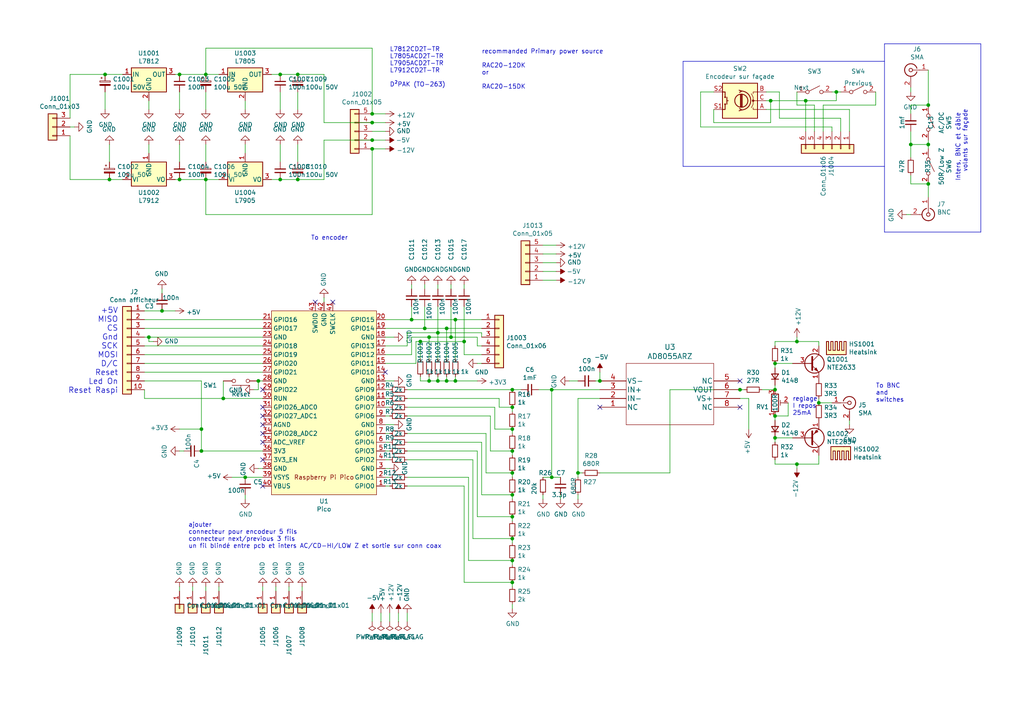
<source format=kicad_sch>
(kicad_sch (version 20230121) (generator eeschema)
  (paper "A4")
  (junction (at 107.95 40.64))
  (junction (at 129.54 110.49))
  (junction (at 148.59 162.56))
  (junction (at 58.42 124.46))
  (junction (at 59.69 21.59))
  (junction (at 224.79 120.65))
  (junction (at 231.14 99.06))
  (junction (at 269.24 30.48))
  (junction (at 107.95 43.18))
  (junction (at 58.42 130.81))
  (junction (at 129.54 95.25))
  (junction (at 107.95 33.02))
  (junction (at 148.59 124.46))
  (junction (at 173.99 110.49))
  (junction (at 224.79 105.41))
  (junction (at 121.92 99.06))
  (junction (at 119.38 92.71))
  (junction (at 31.75 52.07))
  (junction (at 167.64 137.16))
  (junction (at 242.57 26.67))
  (junction (at 64.77 115.57))
  (junction (at 30.48 21.59))
  (junction (at 160.02 113.03))
  (junction (at 231.14 134.62))
  (junction (at 123.19 95.25))
  (junction (at 233.68 29.21))
  (junction (at 107.95 35.56))
  (junction (at 81.28 21.59))
  (junction (at 148.59 113.03))
  (junction (at 127 110.49))
  (junction (at 237.49 116.84))
  (junction (at 86.36 21.59))
  (junction (at 224.79 113.03))
  (junction (at 59.69 52.07))
  (junction (at 74.93 110.49))
  (junction (at 132.08 110.49))
  (junction (at 52.07 21.59))
  (junction (at 43.18 97.79))
  (junction (at 46.99 90.17))
  (junction (at 269.24 41.91))
  (junction (at 269.24 53.34))
  (junction (at 223.52 29.21))
  (junction (at 160.02 138.43))
  (junction (at 52.07 52.07))
  (junction (at 130.81 97.79))
  (junction (at 224.79 127))
  (junction (at 81.28 52.07))
  (junction (at 127 96.52))
  (junction (at 148.59 149.86))
  (junction (at 148.59 137.16))
  (junction (at 71.12 138.43))
  (junction (at 124.46 110.49))
  (junction (at 214.63 113.03))
  (junction (at 148.59 168.91))
  (junction (at 148.59 143.51))
  (junction (at 134.62 99.06))
  (junction (at 86.36 52.07))
  (junction (at 148.59 156.21))
  (junction (at 148.59 118.11))
  (junction (at 132.08 92.71))
  (junction (at 148.59 130.81))
  (junction (at 124.46 97.79))
  (junction (at 264.16 41.91))
  (no_connect (at 96.52 87.63))
  (no_connect (at 76.2 133.35))
  (no_connect (at 91.44 87.63))
  (no_connect (at 76.2 120.65))
  (no_connect (at 76.2 123.19))
  (no_connect (at 76.2 113.03))
  (no_connect (at 76.2 118.11))
  (no_connect (at 214.63 118.11))
  (no_connect (at 76.2 128.27))
  (no_connect (at 76.2 140.97))
  (no_connect (at 214.63 110.49))
  (no_connect (at 76.2 125.73))
  (no_connect (at 173.99 118.11))
  (no_connect (at 111.76 107.95))
  (wire (pts (xy 53.34 130.81) (xy 52.07 130.81)))
  (wire (pts (xy 76.2 95.25) (xy 41.91 95.25)))
  (wire (pts (xy 269.24 41.91) (xy 269.24 43.18)))
  (wire (pts (xy 111.76 118.11) (xy 113.03 118.11)))
  (wire (pts (xy 241.3 36.83) (xy 241.3 38.1)))
  (wire (pts (xy 160.02 138.43) (xy 160.02 113.03)))
  (wire (pts (xy 157.48 78.74) (xy 161.29 78.74)))
  (wire (pts (xy 71.12 44.45) (xy 71.12 41.91)))
  (wire (pts (xy 129.54 110.49) (xy 132.08 110.49)))
  (polyline (pts (xy 284.48 67.31) (xy 284.48 12.7)))
  (wire (pts (xy 111.76 115.57) (xy 113.03 115.57)))
  (wire (pts (xy 138.43 100.33) (xy 139.7 100.33)))
  (wire (pts (xy 63.5 170.18) (xy 63.5 171.45)))
  (wire (pts (xy 237.49 134.62) (xy 237.49 132.08)))
  (wire (pts (xy 74.93 135.89) (xy 76.2 135.89)))
  (wire (pts (xy 148.59 144.78) (xy 148.59 143.51)))
  (wire (pts (xy 134.62 82.55) (xy 134.62 83.82)))
  (wire (pts (xy 43.18 99.06) (xy 44.45 99.06)))
  (wire (pts (xy 224.79 113.03) (xy 224.79 111.76)))
  (wire (pts (xy 59.69 62.23) (xy 107.95 62.23)))
  (wire (pts (xy 46.99 90.17) (xy 41.91 90.17)))
  (wire (pts (xy 224.79 99.06) (xy 224.79 100.33)))
  (wire (pts (xy 264.16 38.1) (xy 264.16 41.91)))
  (wire (pts (xy 228.6 120.65) (xy 224.79 120.65)))
  (polyline (pts (xy 256.54 48.26) (xy 198.12 48.26)))
  (wire (pts (xy 127 96.52) (xy 127 104.14)))
  (wire (pts (xy 81.28 46.99) (xy 81.28 41.91)))
  (wire (pts (xy 113.03 135.89) (xy 111.76 135.89)))
  (wire (pts (xy 52.07 46.99) (xy 52.07 41.91)))
  (wire (pts (xy 223.52 35.56) (xy 223.52 29.21)))
  (wire (pts (xy 107.95 35.56) (xy 111.76 35.56)))
  (wire (pts (xy 118.11 130.81) (xy 138.43 130.81)))
  (wire (pts (xy 229.87 105.41) (xy 224.79 105.41)))
  (wire (pts (xy 55.88 170.18) (xy 55.88 171.45)))
  (wire (pts (xy 144.78 115.57) (xy 144.78 118.11)))
  (wire (pts (xy 254 26.67) (xy 254 30.48)))
  (wire (pts (xy 58.42 124.46) (xy 58.42 130.81)))
  (wire (pts (xy 78.74 21.59) (xy 81.28 21.59)))
  (wire (pts (xy 167.64 137.16) (xy 167.64 138.43)))
  (wire (pts (xy 113.03 133.35) (xy 111.76 133.35)))
  (wire (pts (xy 241.3 26.67) (xy 242.57 26.67)))
  (wire (pts (xy 215.9 113.03) (xy 214.63 113.03)))
  (wire (pts (xy 93.98 21.59) (xy 93.98 35.56)))
  (wire (pts (xy 59.69 21.59) (xy 63.5 21.59)))
  (wire (pts (xy 194.31 113.03) (xy 214.63 113.03)))
  (wire (pts (xy 76.2 130.81) (xy 58.42 130.81)))
  (wire (pts (xy 118.11 138.43) (xy 135.89 138.43)))
  (wire (pts (xy 162.56 143.51) (xy 162.56 144.78)))
  (wire (pts (xy 115.57 177.8) (xy 115.57 180.34)))
  (wire (pts (xy 43.18 99.06) (xy 43.18 97.79)))
  (wire (pts (xy 111.76 100.33) (xy 118.11 100.33)))
  (polyline (pts (xy 256.54 67.31) (xy 284.48 67.31)))
  (wire (pts (xy 224.79 133.35) (xy 224.79 134.62)))
  (wire (pts (xy 21.59 36.83) (xy 20.32 36.83)))
  (wire (pts (xy 140.97 125.73) (xy 140.97 137.16)))
  (wire (pts (xy 142.24 120.65) (xy 142.24 130.81)))
  (wire (pts (xy 224.79 128.27) (xy 224.79 127)))
  (wire (pts (xy 231.14 99.06) (xy 237.49 99.06)))
  (wire (pts (xy 58.42 110.49) (xy 41.91 110.49)))
  (wire (pts (xy 241.3 116.84) (xy 237.49 116.84)))
  (wire (pts (xy 132.08 92.71) (xy 139.7 92.71)))
  (wire (pts (xy 83.82 170.18) (xy 83.82 171.45)))
  (wire (pts (xy 231.14 97.79) (xy 231.14 99.06)))
  (wire (pts (xy 111.76 123.19) (xy 114.3 123.19)))
  (wire (pts (xy 123.19 82.55) (xy 123.19 83.82)))
  (wire (pts (xy 52.07 124.46) (xy 58.42 124.46)))
  (wire (pts (xy 81.28 52.07) (xy 86.36 52.07)))
  (wire (pts (xy 135.89 162.56) (xy 148.59 162.56)))
  (wire (pts (xy 127 109.22) (xy 127 110.49)))
  (wire (pts (xy 76.2 100.33) (xy 41.91 100.33)))
  (wire (pts (xy 80.01 170.18) (xy 80.01 171.45)))
  (wire (pts (xy 71.12 143.51) (xy 71.12 144.78)))
  (wire (pts (xy 231.14 134.62) (xy 231.14 135.89)))
  (wire (pts (xy 52.07 170.18) (xy 52.07 171.45)))
  (wire (pts (xy 242.57 26.67) (xy 243.84 26.67)))
  (wire (pts (xy 228.6 116.84) (xy 228.6 120.65)))
  (wire (pts (xy 118.11 125.73) (xy 140.97 125.73)))
  (wire (pts (xy 86.36 21.59) (xy 93.98 21.59)))
  (wire (pts (xy 143.51 118.11) (xy 143.51 124.46)))
  (wire (pts (xy 129.54 95.25) (xy 129.54 104.14)))
  (wire (pts (xy 226.06 34.29) (xy 243.84 34.29)))
  (wire (pts (xy 246.38 31.75) (xy 246.38 38.1)))
  (wire (pts (xy 148.59 157.48) (xy 148.59 156.21)))
  (wire (pts (xy 238.76 30.48) (xy 238.76 38.1)))
  (wire (pts (xy 118.11 118.11) (xy 143.51 118.11)))
  (wire (pts (xy 231.14 134.62) (xy 237.49 134.62)))
  (wire (pts (xy 237.49 99.06) (xy 237.49 100.33)))
  (wire (pts (xy 50.8 21.59) (xy 52.07 21.59)))
  (wire (pts (xy 93.98 52.07) (xy 93.98 40.64)))
  (wire (pts (xy 132.08 109.22) (xy 132.08 110.49)))
  (wire (pts (xy 168.91 137.16) (xy 167.64 137.16)))
  (wire (pts (xy 71.12 29.21) (xy 71.12 31.75)))
  (wire (pts (xy 137.16 133.35) (xy 137.16 156.21)))
  (wire (pts (xy 52.07 21.59) (xy 59.69 21.59)))
  (wire (pts (xy 52.07 52.07) (xy 50.8 52.07)))
  (wire (pts (xy 129.54 95.25) (xy 139.7 95.25)))
  (wire (pts (xy 237.49 115.57) (xy 237.49 116.84)))
  (wire (pts (xy 107.95 40.64) (xy 111.76 40.64)))
  (wire (pts (xy 134.62 168.91) (xy 148.59 168.91)))
  (wire (pts (xy 31.75 46.99) (xy 31.75 41.91)))
  (wire (pts (xy 121.92 99.06) (xy 121.92 104.14)))
  (wire (pts (xy 264.16 30.48) (xy 264.16 33.02)))
  (wire (pts (xy 269.24 30.48) (xy 264.16 30.48)))
  (wire (pts (xy 111.76 92.71) (xy 119.38 92.71)))
  (wire (pts (xy 118.11 120.65) (xy 142.24 120.65)))
  (wire (pts (xy 157.48 73.66) (xy 161.29 73.66)))
  (wire (pts (xy 138.43 130.81) (xy 138.43 149.86)))
  (wire (pts (xy 217.17 124.46) (xy 217.17 115.57)))
  (wire (pts (xy 43.18 97.79) (xy 76.2 97.79)))
  (wire (pts (xy 114.3 110.49) (xy 111.76 110.49)))
  (wire (pts (xy 269.24 53.34) (xy 264.16 53.34)))
  (wire (pts (xy 269.24 57.15) (xy 269.24 53.34)))
  (wire (pts (xy 76.2 107.95) (xy 41.91 107.95)))
  (wire (pts (xy 110.49 177.8) (xy 110.49 180.34)))
  (wire (pts (xy 264.16 41.91) (xy 264.16 45.72)))
  (wire (pts (xy 203.2 26.67) (xy 203.2 36.83)))
  (wire (pts (xy 242.57 29.21) (xy 233.68 29.21)))
  (wire (pts (xy 242.57 26.67) (xy 242.57 29.21)))
  (wire (pts (xy 157.48 71.12) (xy 161.29 71.12)))
  (wire (pts (xy 81.28 21.59) (xy 86.36 21.59)))
  (wire (pts (xy 254 30.48) (xy 238.76 30.48)))
  (wire (pts (xy 67.31 138.43) (xy 71.12 138.43)))
  (wire (pts (xy 121.92 109.22) (xy 121.92 110.49)))
  (wire (pts (xy 71.12 138.43) (xy 76.2 138.43)))
  (wire (pts (xy 113.03 140.97) (xy 111.76 140.97)))
  (wire (pts (xy 118.11 133.35) (xy 137.16 133.35)))
  (wire (pts (xy 41.91 97.79) (xy 43.18 97.79)))
  (wire (pts (xy 160.02 138.43) (xy 157.48 138.43)))
  (wire (pts (xy 148.59 175.26) (xy 148.59 176.53)))
  (wire (pts (xy 226.06 26.67) (xy 226.06 34.29)))
  (wire (pts (xy 124.46 109.22) (xy 124.46 110.49)))
  (wire (pts (xy 137.16 156.21) (xy 148.59 156.21)))
  (wire (pts (xy 139.7 96.52) (xy 139.7 97.79)))
  (wire (pts (xy 20.32 21.59) (xy 20.32 34.29)))
  (wire (pts (xy 222.25 31.75) (xy 246.38 31.75)))
  (wire (pts (xy 222.25 26.67) (xy 226.06 26.67)))
  (wire (pts (xy 173.99 137.16) (xy 194.31 137.16)))
  (wire (pts (xy 74.93 113.03) (xy 73.66 113.03)))
  (wire (pts (xy 87.63 170.18) (xy 87.63 171.45)))
  (wire (pts (xy 264.16 62.23) (xy 262.89 62.23)))
  (wire (pts (xy 144.78 118.11) (xy 148.59 118.11)))
  (wire (pts (xy 76.2 170.18) (xy 76.2 171.45)))
  (wire (pts (xy 269.24 40.64) (xy 269.24 41.91)))
  (wire (pts (xy 130.81 88.9) (xy 130.81 97.79)))
  (wire (pts (xy 157.48 76.2) (xy 161.29 76.2)))
  (polyline (pts (xy 284.48 12.7) (xy 256.54 12.7)))
  (wire (pts (xy 139.7 143.51) (xy 148.59 143.51)))
  (wire (pts (xy 30.48 21.59) (xy 20.32 21.59)))
  (wire (pts (xy 203.2 36.83) (xy 241.3 36.83)))
  (wire (pts (xy 134.62 88.9) (xy 134.62 99.06)))
  (wire (pts (xy 127 88.9) (xy 127 96.52)))
  (wire (pts (xy 269.24 30.48) (xy 269.24 20.32)))
  (wire (pts (xy 74.93 113.03) (xy 74.93 110.49)))
  (wire (pts (xy 130.81 82.55) (xy 130.81 83.82)))
  (wire (pts (xy 167.64 143.51) (xy 167.64 144.78)))
  (wire (pts (xy 207.01 35.56) (xy 223.52 35.56)))
  (wire (pts (xy 86.36 41.91) (xy 86.36 46.99)))
  (wire (pts (xy 46.99 85.09) (xy 46.99 83.82)))
  (wire (pts (xy 20.32 39.37) (xy 20.32 52.07)))
  (wire (pts (xy 81.28 52.07) (xy 78.74 52.07)))
  (wire (pts (xy 107.95 177.8) (xy 107.95 180.34)))
  (wire (pts (xy 173.99 113.03) (xy 160.02 113.03)))
  (wire (pts (xy 231.14 30.48) (xy 231.14 26.67)))
  (wire (pts (xy 223.52 29.21) (xy 222.25 29.21)))
  (wire (pts (xy 20.32 52.07) (xy 31.75 52.07)))
  (wire (pts (xy 167.64 110.49) (xy 165.1 110.49)))
  (wire (pts (xy 31.75 52.07) (xy 35.56 52.07)))
  (wire (pts (xy 236.22 30.48) (xy 236.22 38.1)))
  (wire (pts (xy 143.51 124.46) (xy 148.59 124.46)))
  (wire (pts (xy 93.98 87.63) (xy 93.98 86.36)))
  (wire (pts (xy 224.79 105.41) (xy 224.79 106.68)))
  (wire (pts (xy 74.93 110.49) (xy 76.2 110.49)))
  (wire (pts (xy 138.43 149.86) (xy 148.59 149.86)))
  (wire (pts (xy 64.77 115.57) (xy 64.77 110.49)))
  (wire (pts (xy 132.08 92.71) (xy 119.38 92.71)))
  (wire (pts (xy 207.01 31.75) (xy 207.01 35.56)))
  (wire (pts (xy 151.13 113.03) (xy 148.59 113.03)))
  (wire (pts (xy 107.95 38.1) (xy 111.76 38.1)))
  (wire (pts (xy 173.99 115.57) (xy 167.64 115.57)))
  (wire (pts (xy 129.54 109.22) (xy 129.54 110.49)))
  (wire (pts (xy 93.98 35.56) (xy 107.95 35.56)))
  (wire (pts (xy 162.56 138.43) (xy 160.02 138.43)))
  (wire (pts (xy 148.59 151.13) (xy 148.59 149.86)))
  (wire (pts (xy 127 110.49) (xy 129.54 110.49)))
  (wire (pts (xy 113.03 130.81) (xy 111.76 130.81)))
  (wire (pts (xy 111.76 95.25) (xy 123.19 95.25)))
  (wire (pts (xy 119.38 97.79) (xy 119.38 102.87)))
  (wire (pts (xy 43.18 29.21) (xy 43.18 31.75)))
  (wire (pts (xy 119.38 88.9) (xy 119.38 92.71)))
  (wire (pts (xy 63.5 52.07) (xy 59.69 52.07)))
  (wire (pts (xy 41.91 115.57) (xy 41.91 113.03)))
  (wire (pts (xy 59.69 21.59) (xy 59.69 13.97)))
  (wire (pts (xy 148.59 170.18) (xy 148.59 168.91)))
  (wire (pts (xy 111.76 102.87) (xy 119.38 102.87)))
  (wire (pts (xy 129.54 95.25) (xy 123.19 95.25)))
  (wire (pts (xy 120.65 99.06) (xy 120.65 105.41)))
  (wire (pts (xy 118.11 96.52) (xy 118.11 100.33)))
  (wire (pts (xy 139.7 105.41) (xy 138.43 105.41)))
  (wire (pts (xy 220.98 113.03) (xy 224.79 113.03)))
  (wire (pts (xy 134.62 140.97) (xy 134.62 168.91)))
  (wire (pts (xy 58.42 110.49) (xy 58.42 124.46)))
  (wire (pts (xy 132.08 92.71) (xy 132.08 104.14)))
  (wire (pts (xy 59.69 170.18) (xy 59.69 171.45)))
  (wire (pts (xy 123.19 88.9) (xy 123.19 95.25)))
  (wire (pts (xy 111.76 105.41) (xy 120.65 105.41)))
  (wire (pts (xy 148.59 138.43) (xy 148.59 137.16)))
  (wire (pts (xy 76.2 102.87) (xy 41.91 102.87)))
  (wire (pts (xy 59.69 13.97) (xy 107.95 13.97)))
  (wire (pts (xy 194.31 137.16) (xy 194.31 113.03)))
  (wire (pts (xy 43.18 44.45) (xy 43.18 41.91)))
  (wire (pts (xy 134.62 102.87) (xy 139.7 102.87)))
  (wire (pts (xy 142.24 130.81) (xy 148.59 130.81)))
  (wire (pts (xy 86.36 26.67) (xy 86.36 31.75)))
  (wire (pts (xy 113.03 125.73) (xy 111.76 125.73)))
  (wire (pts (xy 243.84 34.29) (xy 243.84 38.1)))
  (wire (pts (xy 113.03 128.27) (xy 111.76 128.27)))
  (wire (pts (xy 107.95 62.23) (xy 107.95 43.18)))
  (wire (pts (xy 113.03 177.8) (xy 113.03 180.34)))
  (wire (pts (xy 118.11 140.97) (xy 134.62 140.97)))
  (wire (pts (xy 59.69 46.99) (xy 59.69 41.91)))
  (wire (pts (xy 224.79 134.62) (xy 231.14 134.62)))
  (wire (pts (xy 135.89 138.43) (xy 135.89 162.56)))
  (wire (pts (xy 264.16 25.4) (xy 264.16 26.67)))
  (wire (pts (xy 269.24 41.91) (xy 264.16 41.91)))
  (wire (pts (xy 50.8 90.17) (xy 46.99 90.17)))
  (wire (pts (xy 148.59 163.83) (xy 148.59 162.56)))
  (wire (pts (xy 64.77 115.57) (xy 41.91 115.57)))
  (wire (pts (xy 138.43 97.79) (xy 138.43 100.33)))
  (wire (pts (xy 59.69 52.07) (xy 59.69 62.23)))
  (wire (pts (xy 246.38 121.92) (xy 246.38 123.19)))
  (wire (pts (xy 127 96.52) (xy 139.7 96.52)))
  (wire (pts (xy 233.68 29.21) (xy 233.68 38.1)))
  (polyline (pts (xy 198.12 17.78) (xy 256.54 17.78)))
  (wire (pts (xy 130.81 97.79) (xy 138.43 97.79)))
  (wire (pts (xy 148.59 119.38) (xy 148.59 118.11)))
  (wire (pts (xy 81.28 26.67) (xy 81.28 31.75)))
  (wire (pts (xy 127 82.55) (xy 127 83.82)))
  (wire (pts (xy 118.11 128.27) (xy 139.7 128.27)))
  (polyline (pts (xy 198.12 48.26) (xy 198.12 17.78)))
  (wire (pts (xy 86.36 52.07) (xy 93.98 52.07)))
  (wire (pts (xy 119.38 82.55) (xy 119.38 83.82)))
  (wire (pts (xy 167.64 115.57) (xy 167.64 137.16)))
  (wire (pts (xy 111.76 120.65) (xy 113.03 120.65)))
  (wire (pts (xy 157.48 81.28) (xy 161.29 81.28)))
  (wire (pts (xy 107.95 33.02) (xy 111.76 33.02)))
  (wire (pts (xy 127 96.52) (xy 118.11 96.52)))
  (wire (pts (xy 35.56 21.59) (xy 30.48 21.59)))
  (wire (pts (xy 229.87 127) (xy 224.79 127)))
  (wire (pts (xy 93.98 40.64) (xy 107.95 40.64)))
  (wire (pts (xy 217.17 115.57) (xy 214.63 115.57)))
  (wire (pts (xy 130.81 97.79) (xy 124.46 97.79)))
  (wire (pts (xy 124.46 110.49) (xy 127 110.49)))
  (wire (pts (xy 121.92 110.49) (xy 124.46 110.49)))
  (wire (pts (xy 172.72 110.49) (xy 173.99 110.49)))
  (wire (pts (xy 52.07 26.67) (xy 52.07 31.75)))
  (polyline (pts (xy 256.54 12.7) (xy 256.54 67.31)))
  (wire (pts (xy 111.76 113.03) (xy 113.03 113.03)))
  (wire (pts (xy 224.79 120.65) (xy 224.79 121.92)))
  (wire (pts (xy 76.2 115.57) (xy 64.77 115.57)))
  (wire (pts (xy 121.92 99.06) (xy 120.65 99.06)))
  (wire (pts (xy 148.59 132.08) (xy 148.59 130.81)))
  (wire (pts (xy 118.11 113.03) (xy 148.59 113.03)))
  (wire (pts (xy 203.2 26.67) (xy 207.01 26.67)))
  (wire (pts (xy 124.46 97.79) (xy 124.46 104.14)))
  (wire (pts (xy 223.52 29.21) (xy 233.68 29.21)))
  (wire (pts (xy 118.11 177.8) (xy 118.11 180.34)))
  (wire (pts (xy 160.02 113.03) (xy 156.21 113.03)))
  (wire (pts (xy 59.69 26.67) (xy 59.69 31.75)))
  (wire (pts (xy 236.22 30.48) (xy 231.14 30.48)))
  (wire (pts (xy 157.48 143.51) (xy 157.48 144.78)))
  (wire (pts (xy 111.76 97.79) (xy 114.3 97.79)))
  (wire (pts (xy 124.46 97.79) (xy 119.38 97.79)))
  (wire (pts (xy 107.95 13.97) (xy 107.95 33.02)))
  (wire (pts (xy 148.59 125.73) (xy 148.59 124.46)))
  (wire (pts (xy 113.03 138.43) (xy 111.76 138.43)))
  (wire (pts (xy 107.95 43.18) (xy 111.76 43.18)))
  (wire (pts (xy 118.11 115.57) (xy 144.78 115.57)))
  (wire (pts (xy 140.97 137.16) (xy 148.59 137.16)))
  (wire (pts (xy 173.99 107.95) (xy 173.99 110.49)))
  (wire (pts (xy 76.2 105.41) (xy 41.91 105.41)))
  (wire (pts (xy 264.16 53.34) (xy 264.16 50.8)))
  (wire (pts (xy 139.7 128.27) (xy 139.7 143.51)))
  (wire (pts (xy 134.62 99.06) (xy 134.62 102.87)))
  (wire (pts (xy 134.62 99.06) (xy 121.92 99.06)))
  (wire (pts (xy 76.2 92.71) (xy 41.91 92.71)))
  (wire (pts (xy 59.69 52.07) (xy 52.07 52.07)))
  (wire (pts (xy 138.43 110.49) (xy 132.08 110.49)))
  (wire (pts (xy 30.48 26.67) (xy 30.48 31.75)))
  (wire (pts (xy 224.79 99.06) (xy 231.14 99.06)))
  (text "+5V\nMISO\nCS\nGnd\nSCK\nMOSI\nD/C\nReset\nLed On\nReset Raspi" (at 34.29 114.3 0) (effects (font (size 1.6002 1.6002)) (justify right bottom)))
  (text "ajouter \nconnecteur pour encodeur 5 fils\nconnecteur next/previous 3 fils\nun fil blindé entre pcb et inters AC/CD-HI/LOW Z et sortie sur conn coax\n\n" (at 54.61 161.29 0) (effects (font (size 1.27 1.27)) (justify left bottom)))
  (text "recommanded Primary power source \n\nRAC20-12DK\nor \n\nRAC20-15DK" (at 139.7 26.035 0) (effects (font (size 1.27 1.27)) (justify left bottom)))
  (text "To BNC\nand \nswitches" (at 254 116.84 0) (effects (font (size 1.27 1.27)) (justify left bottom)))
  (text "reglage \nI repos\n25mA" (at 229.87 120.65 0) (effects (font (size 1.27 1.27)) (justify left bottom)))
  (text "Inters, BNC et câble \nvolants sur façade\n" (at 280.67 31.75 90) (effects (font (size 1.27 1.27)) (justify right bottom)))
  (text "To encoder\n" (at 90.17 69.85 0) (effects (font (size 1.27 1.27)) (justify left bottom)))
  (text "L7812CD2T-TR\nL7805ACD2T-TR\nL7905ACD2T-TR\nL7912CD2T-TR\n\nD²PAK (TO-263)\n" (at 113.03 25.4 0) (effects (font (size 1.27 1.27)) (justify left bottom)))
  (symbol (lib_id "Pi_Pico:Pico") (at 93.98 116.84 180) (unit 1)
    (property "Reference" "U1" (at 93.98 145.3642 0))
    (property "Value" "Pico" (at 93.98 147.6756 0))
    (property "Footprint" "Pi_Pico:RPi_Pico_SMD_TH" (effects hide))
  )
  (symbol (lib_id "Device:R_POT_TRIM") (at 224.79 116.84 0) (mirror x) (unit 1)
    (property "Reference" "RV1" (at 223.0374 118.0084 0) (effects (justify right)))
    (property "Value" "100R" (at 224.79 119.38 90) (effects (justify right)))
    (property "Footprint" "Potentiometer_THT:Potentiometer_Piher_PT-10-V10_Vertical_Hole" (effects hide))
  )
  (symbol (lib_id "Connector_Generic:Conn_01x10") (at 36.83 100.33 0) (mirror y) (unit 1)
    (property "Reference" "J2" (at 38.9128 84.6582 0))
    (property "Value" "Conn afficheur" (at 38.9128 86.9696 0))
    (property "Footprint" "Connector_Molex:Molex_KK-254_AE-6410-10A_1x10_P2.54mm_Vertical" (effects hide))
  )
  (symbol (lib_id "power:GND") (at 111.76 38.1 90) (unit 1)
    (property "Reference" "#PWR06" (effects hide))
    (property "Value" "GND" (at 115.0112 37.973 90) (effects (justify right)))
  )
  (symbol (lib_id "power:PWR_FLAG") (at 118.11 180.34 180) (unit 1)
    (property "Reference" "#FLG04" (effects hide))
    (property "Value" "PWR_FLAG" (at 118.11 184.7342 0))
  )
  (symbol (lib_id "power:+5V") (at 67.31 138.43 90) (unit 1)
    (property "Reference" "#PWR012" (effects hide))
    (property "Value" "+5V" (at 64.0588 138.049 90) (effects (justify left)))
  )
  (symbol (lib_id "power:+12V") (at 111.76 33.02 270) (unit 1)
    (property "Reference" "#PWR04" (effects hide))
    (property "Value" "+12V" (at 115.0112 33.401 90) (effects (justify left)))
  )
  (symbol (lib_id "power:-12V") (at 111.76 43.18 270) (unit 1)
    (property "Reference" "#PWR05" (effects hide))
    (property "Value" "-12V" (at 115.0112 43.561 90) (effects (justify left)))
  )
  (symbol (lib_id "power:GND") (at 113.03 135.89 90) (unit 1)
    (property "Reference" "#PWR017" (effects hide))
    (property "Value" "GND" (at 117.4242 135.763 0))
  )
  (symbol (lib_id "power:GND") (at 114.3 123.19 90) (unit 1)
    (property "Reference" "#PWR019" (effects hide))
    (property "Value" "GND" (at 118.6942 123.063 0))
  )
  (symbol (lib_id "power:GND") (at 114.3 110.49 90) (unit 1)
    (property "Reference" "#PWR018" (effects hide))
    (property "Value" "GND" (at 118.6942 110.363 0))
  )
  (symbol (lib_id "power:GND") (at 74.93 135.89 270) (unit 1)
    (property "Reference" "#PWR015" (effects hide))
    (property "Value" "GND" (at 70.5358 136.017 0))
  )
  (symbol (lib_id "power:GND") (at 148.59 176.53 0) (unit 1)
    (property "Reference" "#PWR021" (effects hide))
    (property "Value" "GND" (at 148.717 180.9242 0))
  )
  (symbol (lib_id "Device:R_Small") (at 115.57 113.03 90) (unit 1)
    (property "Reference" "R4" (at 113.03 111.76 90))
    (property "Value" "2k" (at 115.57 113.03 90))
    (property "Footprint" "Resistor_SMD:R_0603_1608Metric_Pad0.98x0.95mm_HandSolder" (effects hide))
  )
  (symbol (lib_id "Device:R_Small") (at 115.57 115.57 90) (unit 1)
    (property "Reference" "R5" (at 113.03 114.3 90))
    (property "Value" "2k" (at 115.57 115.57 90))
    (property "Footprint" "Resistor_SMD:R_0603_1608Metric_Pad0.98x0.95mm_HandSolder" (effects hide))
  )
  (symbol (lib_id "Device:R_Small") (at 115.57 118.11 90) (unit 1)
    (property "Reference" "R6" (at 113.03 116.84 90))
    (property "Value" "2k" (at 115.57 118.11 90))
    (property "Footprint" "Resistor_SMD:R_0603_1608Metric_Pad0.98x0.95mm_HandSolder" (effects hide))
  )
  (symbol (lib_id "Device:R_Small") (at 115.57 120.65 90) (unit 1)
    (property "Reference" "R7" (at 113.03 119.38 90))
    (property "Value" "2k" (at 115.57 120.65 90))
    (property "Footprint" "Resistor_SMD:R_0603_1608Metric_Pad0.98x0.95mm_HandSolder" (effects hide))
  )
  (symbol (lib_id "Device:R_Small") (at 115.57 125.73 90) (unit 1)
    (property "Reference" "R8" (at 113.03 124.46 90))
    (property "Value" "2k" (at 115.57 125.73 90))
    (property "Footprint" "Resistor_SMD:R_0603_1608Metric_Pad0.98x0.95mm_HandSolder" (effects hide))
  )
  (symbol (lib_id "Device:R_Small") (at 115.57 128.27 90) (unit 1)
    (property "Reference" "R9" (at 113.03 127 90))
    (property "Value" "2k" (at 115.57 128.27 90))
    (property "Footprint" "Resistor_SMD:R_0603_1608Metric_Pad0.98x0.95mm_HandSolder" (effects hide))
  )
  (symbol (lib_id "Device:R_Small") (at 115.57 130.81 90) (unit 1)
    (property "Reference" "R10" (at 113.03 129.54 90))
    (property "Value" "2k" (at 115.57 130.81 90))
    (property "Footprint" "Resistor_SMD:R_0603_1608Metric_Pad0.98x0.95mm_HandSolder" (effects hide))
  )
  (symbol (lib_id "Device:R_Small") (at 115.57 133.35 90) (unit 1)
    (property "Reference" "R11" (at 113.03 132.08 90))
    (property "Value" "2k" (at 115.57 133.35 90))
    (property "Footprint" "Resistor_SMD:R_0603_1608Metric_Pad0.98x0.95mm_HandSolder" (effects hide))
  )
  (symbol (lib_id "Connector:Conn_Coaxial") (at 269.24 62.23 270) (unit 1)
    (property "Reference" "J7" (at 271.78 59.2328 90) (effects (justify left)))
    (property "Value" "BNC" (at 271.78 61.5442 90) (effects (justify left)))
    (property "Datasheet" " ~" (effects hide))
  )
  (symbol (lib_id "Device:R_Small") (at 115.57 138.43 90) (unit 1)
    (property "Reference" "R12" (at 113.03 137.16 90))
    (property "Value" "2k" (at 115.57 138.43 90))
    (property "Footprint" "Resistor_SMD:R_0603_1608Metric_Pad0.98x0.95mm_HandSolder" (effects hide))
  )
  (symbol (lib_id "Device:R_Small") (at 115.57 140.97 90) (unit 1)
    (property "Reference" "R13" (at 113.03 139.7 90))
    (property "Value" "2k" (at 115.57 140.97 90))
    (property "Footprint" "Resistor_SMD:R_0603_1608Metric_Pad0.98x0.95mm_HandSolder" (effects hide))
  )
  (symbol (lib_id "Device:C_Small") (at 71.12 140.97 0) (unit 1)
    (property "Reference" "C5" (at 73.4568 139.8016 0) (effects (justify left)))
    (property "Value" "100n" (at 66.04 142.24 0) (effects (justify left)))
    (property "Footprint" "Capacitor_SMD:C_0805_2012Metric_Pad1.18x1.45mm_HandSolder" (effects hide))
  )
  (symbol (lib_id "power:GND") (at 71.12 144.78 0) (unit 1)
    (property "Reference" "#PWR013" (effects hide))
    (property "Value" "GND" (at 71.247 149.1742 0))
  )
  (symbol (lib_id "Switch:SW_Push") (at 69.85 110.49 180) (unit 1)
    (property "Reference" "SW1" (at 60.96 111.76 0))
    (property "Value" "Reset" (at 69.85 114.3 0))
  )
  (symbol (lib_id "Device:C_Small") (at 55.88 130.81 270) (unit 1)
    (property "Reference" "C4" (at 57.0484 133.1468 0) (effects (justify left)))
    (property "Value" "100n" (at 54.61 125.73 0) (effects (justify left)))
    (property "Footprint" "Capacitor_SMD:C_0805_2012Metric_Pad1.18x1.45mm_HandSolder" (effects hide))
  )
  (symbol (lib_id "power:GND") (at 52.07 130.81 270) (unit 1)
    (property "Reference" "#PWR011" (effects hide))
    (property "Value" "GND" (at 47.6758 130.937 0))
  )
  (symbol (lib_id "power:+5V") (at 50.8 90.17 270) (unit 1)
    (property "Reference" "#PWR09" (effects hide))
    (property "Value" "+5V" (at 54.0512 90.551 90) (effects (justify left)))
  )
  (symbol (lib_id "Device:C_Small") (at 46.99 87.63 180) (unit 1)
    (property "Reference" "C3" (at 44.6532 88.7984 0) (effects (justify left)))
    (property "Value" "100n" (at 52.07 86.36 0) (effects (justify left)))
    (property "Footprint" "Capacitor_SMD:C_0805_2012Metric_Pad1.18x1.45mm_HandSolder" (effects hide))
  )
  (symbol (lib_id "power:GND") (at 46.99 83.82 180) (unit 1)
    (property "Reference" "#PWR07" (effects hide))
    (property "Value" "GND" (at 46.863 79.4258 0))
  )
  (symbol (lib_id "Device:R_Small") (at 148.59 115.57 0) (unit 1)
    (property "Reference" "R16" (at 150.0886 114.4016 0) (effects (justify left)))
    (property "Value" "1k" (at 150.0886 116.713 0) (effects (justify left)))
    (property "Footprint" "Resistor_SMD:R_0603_1608Metric_Pad0.98x0.95mm_HandSolder" (effects hide))
  )
  (symbol (lib_id "Device:R_Small") (at 148.59 121.92 0) (unit 1)
    (property "Reference" "R17" (at 150.0886 120.7516 0) (effects (justify left)))
    (property "Value" "1k" (at 150.0886 123.063 0) (effects (justify left)))
    (property "Footprint" "Resistor_SMD:R_0603_1608Metric_Pad0.98x0.95mm_HandSolder" (effects hide))
  )
  (symbol (lib_id "Device:R_Small") (at 148.59 128.27 0) (unit 1)
    (property "Reference" "R18" (at 150.0886 127.1016 0) (effects (justify left)))
    (property "Value" "1k" (at 150.0886 129.413 0) (effects (justify left)))
    (property "Footprint" "Resistor_SMD:R_0603_1608Metric_Pad0.98x0.95mm_HandSolder" (effects hide))
  )
  (symbol (lib_id "Device:R_Small") (at 148.59 134.62 0) (unit 1)
    (property "Reference" "R19" (at 150.0886 133.4516 0) (effects (justify left)))
    (property "Value" "1k" (at 150.0886 135.763 0) (effects (justify left)))
    (property "Footprint" "Resistor_SMD:R_0603_1608Metric_Pad0.98x0.95mm_HandSolder" (effects hide))
  )
  (symbol (lib_id "Device:R_Small") (at 148.59 140.97 0) (unit 1)
    (property "Reference" "R20" (at 150.0886 139.8016 0) (effects (justify left)))
    (property "Value" "1k" (at 150.0886 142.113 0) (effects (justify left)))
    (property "Footprint" "Resistor_SMD:R_0603_1608Metric_Pad0.98x0.95mm_HandSolder" (effects hide))
  )
  (symbol (lib_id "Device:R_Small") (at 148.59 147.32 0) (unit 1)
    (property "Reference" "R21" (at 150.0886 146.1516 0) (effects (justify left)))
    (property "Value" "1k" (at 150.0886 148.463 0) (effects (justify left)))
    (property "Footprint" "Resistor_SMD:R_0603_1608Metric_Pad0.98x0.95mm_HandSolder" (effects hide))
  )
  (symbol (lib_id "Device:R_Small") (at 148.59 153.67 0) (unit 1)
    (property "Reference" "R22" (at 150.0886 152.5016 0) (effects (justify left)))
    (property "Value" "1k" (at 150.0886 154.813 0) (effects (justify left)))
    (property "Footprint" "Resistor_SMD:R_0603_1608Metric_Pad0.98x0.95mm_HandSolder" (effects hide))
  )
  (symbol (lib_id "Device:R_Small") (at 148.59 160.02 0) (unit 1)
    (property "Reference" "R23" (at 150.0886 158.8516 0) (effects (justify left)))
    (property "Value" "1k" (at 150.0886 161.163 0) (effects (justify left)))
    (property "Footprint" "Resistor_SMD:R_0603_1608Metric_Pad0.98x0.95mm_HandSolder" (effects hide))
  )
  (symbol (lib_id "Device:R_Small") (at 148.59 166.37 0) (unit 1)
    (property "Reference" "R24" (at 150.0886 165.2016 0) (effects (justify left)))
    (property "Value" "1k" (at 150.0886 167.513 0) (effects (justify left)))
    (property "Footprint" "Resistor_SMD:R_0603_1608Metric_Pad0.98x0.95mm_HandSolder" (effects hide))
  )
  (symbol (lib_id "Device:R_Small") (at 148.59 172.72 0) (unit 1)
    (property "Reference" "R25" (at 150.0886 171.5516 0) (effects (justify left)))
    (property "Value" "2k" (at 150.0886 173.863 0) (effects (justify left)))
    (property "Footprint" "Resistor_SMD:R_0603_1608Metric_Pad0.98x0.95mm_HandSolder" (effects hide))
  )
  (symbol (lib_id "power:GND") (at 246.38 123.19 0) (unit 1)
    (property "Reference" "#PWR0101" (effects hide))
    (property "Value" "GND" (at 246.507 127.5842 0))
  )
  (symbol (lib_id "Connector:Conn_Coaxial") (at 246.38 116.84 0) (unit 1)
    (property "Reference" "J5" (at 248.92 117.475 0) (effects (justify left)))
    (property "Value" "SMA" (at 248.92 119.7864 0) (effects (justify left)))
    (property "Footprint" "SMA_PINS:SMA_EDGE_NRW" (effects hide))
    (property "Datasheet" " ~" (effects hide))
  )
  (symbol (lib_id "power:GND") (at 264.16 26.67 0) (mirror y) (unit 1)
    (property "Reference" "#PWR0102" (effects hide))
    (property "Value" "GND" (at 264.033 31.0642 0))
  )
  (symbol (lib_id "Connector:Conn_Coaxial") (at 264.16 20.32 0) (mirror y) (unit 1)
    (property "Reference" "J6" (at 265.9888 14.2748 0))
    (property "Value" "SMA" (at 265.9888 16.5862 0))
    (property "Datasheet" " ~" (effects hide))
  )
  (symbol (lib_id "power:+5V") (at 161.29 73.66 270) (unit 1)
    (property "Reference" "#PWR01006" (effects hide))
    (property "Value" "+5V" (at 164.5412 74.041 90) (effects (justify left)))
  )
  (symbol (lib_id "power:-12V") (at 161.29 81.28 270) (unit 1)
    (property "Reference" "#PWR01009" (effects hide))
    (property "Value" "-12V" (at 164.5412 81.661 90) (effects (justify left)))
  )
  (symbol (lib_id "power:+12V") (at 161.29 71.12 270) (unit 1)
    (property "Reference" "#PWR01005" (effects hide))
    (property "Value" "+12V" (at 164.5412 71.501 90) (effects (justify left)))
  )
  (symbol (lib_id "power:GND") (at 161.29 76.2 90) (unit 1)
    (property "Reference" "#PWR01007" (effects hide))
    (property "Value" "GND" (at 164.5412 76.073 90) (effects (justify right)))
  )
  (symbol (lib_id "Connector_Generic:Conn_01x05") (at 152.4 76.2 180) (unit 1)
    (property "Reference" "J1013" (at 154.4828 65.405 0))
    (property "Value" "Conn_01x05" (at 154.4828 67.7164 0))
    (property "Footprint" "Connector_Molex:Molex_KK-254_AE-6410-05A_1x05_P2.54mm_Vertical" (effects hide))
  )
  (symbol (lib_id "power:-5V") (at 161.29 78.74 270) (unit 1)
    (property "Reference" "#PWR01008" (effects hide))
    (property "Value" "-5V" (at 166.37 78.74 90))
  )
  (symbol (lib_id "Device:Rotary_Encoder_Switch") (at 214.63 29.21 180) (unit 1)
    (property "Reference" "SW2" (at 214.63 19.8882 0))
    (property "Value" "Encodeur sur façade" (at 214.63 22.1996 0))
  )
  (symbol (lib_id "Switch:SW_SPST") (at 236.22 26.67 0) (unit 1)
    (property "Reference" "SW3" (at 236.22 20.701 0))
    (property "Value" "Next" (at 232.41 25.4 0))
  )
  (symbol (lib_id "Switch:SW_SPST") (at 248.92 26.67 0) (unit 1)
    (property "Reference" "SW4" (at 248.92 20.701 0))
    (property "Value" "Previous" (at 248.92 24.13 0))
  )
  (symbol (lib_id "power:+5V") (at 111.76 35.56 270) (unit 1)
    (property "Reference" "#PWR03" (effects hide))
    (property "Value" "+5V" (at 115.0112 35.941 90) (effects (justify left)))
  )
  (symbol (lib_id "power:GND") (at 118.11 177.8 180) (unit 1)
    (property "Reference" "#PWR041" (effects hide))
    (property "Value" "GND" (at 117.983 174.5488 90) (effects (justify right)))
  )
  (symbol (lib_id "power:+12V") (at 113.03 177.8 0) (unit 1)
    (property "Reference" "#PWR039" (effects hide))
    (property "Value" "+12V" (at 113.411 174.5488 90) (effects (justify left)))
  )
  (symbol (lib_id "power:-12V") (at 115.57 177.8 0) (unit 1)
    (property "Reference" "#PWR040" (effects hide))
    (property "Value" "-12V" (at 115.951 174.5488 90) (effects (justify left)))
  )
  (symbol (lib_id "power:+5V") (at 110.49 177.8 0) (unit 1)
    (property "Reference" "#PWR038" (effects hide))
    (property "Value" "+5V" (at 110.871 174.5488 90) (effects (justify left)))
  )
  (symbol (lib_id "power:PWR_FLAG") (at 115.57 180.34 180) (unit 1)
    (property "Reference" "#FLG03" (effects hide))
    (property "Value" "PWR_FLAG" (at 115.57 184.7342 0))
  )
  (symbol (lib_id "power:PWR_FLAG") (at 113.03 180.34 180) (unit 1)
    (property "Reference" "#FLG02" (effects hide))
    (property "Value" "PWR_FLAG" (at 113.03 184.7342 0))
  )
  (symbol (lib_id "power:PWR_FLAG") (at 110.49 180.34 180) (unit 1)
    (property "Reference" "#FLG01" (effects hide))
    (property "Value" "PWR_FLAG" (at 110.49 184.7342 0))
  )
  (symbol (lib_id "power:GND") (at 44.45 99.06 90) (unit 1)
    (property "Reference" "#PWR0106" (effects hide))
    (property "Value" "GND" (at 47.7012 98.933 90) (effects (justify right)))
  )
  (symbol (lib_id "power:GND") (at 73.66 113.03 270) (unit 1)
    (property "Reference" "#PWR0107" (effects hide))
    (property "Value" "GND" (at 70.4088 113.157 90) (effects (justify right)))
  )
  (symbol (lib_id "AD8055ARZ:AD8055ARZ") (at 173.99 118.11 0) (mirror x) (unit 1)
    (property "Reference" "U3" (at 194.31 100.6602 0) (effects (font (size 1.524 1.524))))
    (property "Value" "AD8055ARZ" (at 194.31 103.3526 0) (effects (font (size 1.524 1.524))))
    (property "Footprint" "Package_SO:SO-8_3.9x4.9mm_P1.27mm" (effects hide))
  )
  (symbol (lib_id "Device:C_Small") (at 153.67 113.03 270) (unit 1)
    (property "Reference" "C6" (at 153.67 107.2134 90))
    (property "Value" "1mF" (at 153.67 109.5248 90))
    (property "Footprint" "Capacitor_SMD:C_1812_4532Metric_Pad1.57x3.40mm_HandSolder" (effects hide))
  )
  (symbol (lib_id "power:GND") (at 93.98 86.36 180) (unit 1)
    (property "Reference" "#PWR0108" (effects hide))
    (property "Value" "GND" (at 93.853 83.1088 90) (effects (justify right)))
  )
  (symbol (lib_id "Device:C_Small") (at 162.56 140.97 0) (unit 1)
    (property "Reference" "C7" (at 161.29 137.16 0) (effects (justify left)))
    (property "Value" "3.3p" (at 160.02 143.51 0) (effects (justify left)))
    (property "Footprint" "Capacitor_SMD:C_0805_2012Metric_Pad1.18x1.45mm_HandSolder" (effects hide))
  )
  (symbol (lib_id "Device:R_Small") (at 157.48 140.97 0) (unit 1)
    (property "Reference" "R26" (at 156.21 137.16 0) (effects (justify left)))
    (property "Value" "20k" (at 154.94 143.51 90) (effects (justify left)))
    (property "Footprint" "Resistor_SMD:R_0603_1608Metric_Pad0.98x0.95mm_HandSolder" (effects hide))
  )
  (symbol (lib_id "power:GND") (at 162.56 144.78 0) (unit 1)
    (property "Reference" "#PWR024" (effects hide))
    (property "Value" "GND" (at 162.687 149.1742 0))
  )
  (symbol (lib_id "power:GND") (at 157.48 144.78 0) (unit 1)
    (property "Reference" "#PWR022" (effects hide))
    (property "Value" "GND" (at 157.607 149.1742 0))
  )
  (symbol (lib_id "Regulator_Linear:L7912") (at 43.18 52.07 0) (unit 1)
    (property "Reference" "U1002" (at 43.18 55.8546 0))
    (property "Value" "L7912" (at 43.18 58.166 0))
    (property "Footprint" "Package_TO_SOT_SMD:TO-252-2" (effects hide))
    (property "Datasheet" "http://www.st.com/content/ccc/resource/technical/document/datasheet/c9/16/86/41/c7/2b/45/f2/CD00000450.pdf/files/CD00000450.pdf/jcr:content/translations/en.CD00000450.pdf" (effects hide))
  )
  (symbol (lib_id "Connector_Generic:Conn_01x03") (at 15.24 36.83 180) (unit 1)
    (property "Reference" "J1001" (at 17.3228 28.575 0))
    (property "Value" "Conn_01x03" (at 17.3228 30.8864 0))
    (property "Footprint" "Connector_Molex:Molex_KK-254_AE-6410-03A_1x03_P2.54mm_Vertical" (effects hide))
  )
  (symbol (lib_id "Device:R_Small") (at 167.64 140.97 0) (unit 1)
    (property "Reference" "R27" (at 169.1386 139.8016 0) (effects (justify left)))
    (property "Value" "680R" (at 166.37 143.51 90) (effects (justify left)))
    (property "Footprint" "Resistor_SMD:R_0603_1608Metric_Pad0.98x0.95mm_HandSolder" (effects hide))
  )
  (symbol (lib_id "power:GND") (at 167.64 144.78 0) (unit 1)
    (property "Reference" "#PWR028" (effects hide))
    (property "Value" "GND" (at 167.767 149.1742 0))
  )
  (symbol (lib_id "Device:R_Small") (at 171.45 137.16 90) (unit 1)
    (property "Reference" "R28" (at 171.45 132.1816 90))
    (property "Value" "680R" (at 171.45 134.493 90))
    (property "Footprint" "Resistor_SMD:R_0603_1608Metric_Pad0.98x0.95mm_HandSolder" (effects hide))
  )
  (symbol (lib_id "Device:R_Small") (at 218.44 113.03 90) (unit 1)
    (property "Reference" "R30" (at 218.44 108.0516 90))
    (property "Value" "27R" (at 218.44 110.363 90))
    (property "Footprint" "Resistor_SMD:R_0603_1608Metric_Pad0.98x0.95mm_HandSolder" (effects hide))
  )
  (symbol (lib_id "Device:Q_NPN_ECB") (at 234.95 105.41 0) (unit 1)
    (property "Reference" "Q1001" (at 239.776 104.2416 0) (effects (justify left)))
    (property "Value" "NTE2633" (at 239.776 106.553 0) (effects (justify left)))
    (property "Footprint" "Package_TO_SOT_THT:TO-220-3_Horizontal_TabDown" (effects hide))
  )
  (symbol (lib_id "Device:Q_PNP_ECB") (at 234.95 127 0) (mirror x) (unit 1)
    (property "Reference" "Q1002" (at 239.776 125.8316 0) (effects (justify left)))
    (property "Value" "NTE2634" (at 239.776 128.143 0) (effects (justify left)))
    (property "Footprint" "Package_TO_SOT_THT:TO-220-3_Horizontal_TabDown" (effects hide))
  )
  (symbol (lib_id "Connector_Generic:Conn_01x01") (at 87.63 176.53 270) (unit 1)
    (property "Reference" "J1008" (at 87.63 181.61 0) (effects (justify left)))
    (property "Value" "Conn_01x01" (at 89.662 175.5902 90) (effects (justify left)))
    (property "Footprint" "MountingHole:MountingHole_3.2mm_M3_Pad_Via" (effects hide))
  )
  (symbol (lib_id "power:GND") (at 87.63 170.18 180) (unit 1)
    (property "Reference" "#PWR0104" (effects hide))
    (property "Value" "GND" (at 87.503 166.9288 90) (effects (justify right)))
  )
  (symbol (lib_id "Device:C_Small") (at 81.28 24.13 0) (unit 1)
    (property "Reference" "C1007" (at 83.6168 22.9616 0) (effects (justify left)))
    (property "Value" "100n" (at 83.6168 25.273 0) (effects (justify left)))
    (property "Footprint" "Capacitor_SMD:C_0805_2012Metric_Pad1.18x1.45mm_HandSolder" (effects hide))
  )
  (symbol (lib_id "Device:C_Small") (at 170.18 110.49 90) (unit 1)
    (property "Reference" "C9" (at 170.18 104.6734 90))
    (property "Value" "100n" (at 170.18 106.9848 90))
    (property "Footprint" "Capacitor_SMD:C_0805_2012Metric_Pad1.18x1.45mm_HandSolder" (effects hide))
  )
  (symbol (lib_id "Device:C_Small") (at 81.28 49.53 0) (unit 1)
    (property "Reference" "C1008" (at 83.6168 48.3616 0) (effects (justify left)))
    (property "Value" "100n" (at 83.6168 50.673 0) (effects (justify left)))
    (property "Footprint" "Capacitor_SMD:C_0805_2012Metric_Pad1.18x1.45mm_HandSolder" (effects hide))
  )
  (symbol (lib_id "Connector_Generic:Conn_01x01") (at 83.82 176.53 270) (unit 1)
    (property "Reference" "J1007" (at 83.82 184.15 0) (effects (justify left)))
    (property "Value" "Conn_01x01" (at 85.852 175.5902 90) (effects (justify left)))
    (property "Footprint" "MountingHole:MountingHole_3.2mm_M3_Pad_Via" (effects hide))
  )
  (symbol (lib_id "power:GND") (at 83.82 170.18 180) (unit 1)
    (property "Reference" "#PWR0134" (effects hide))
    (property "Value" "GND" (at 83.693 166.9288 90) (effects (justify right)))
  )
  (symbol (lib_id "power:GND") (at 165.1 110.49 270) (unit 1)
    (property "Reference" "#PWR027" (effects hide))
    (property "Value" "GND" (at 160.7058 110.617 0))
  )
  (symbol (lib_id "Connector_Generic:Conn_01x01") (at 80.01 176.53 270) (unit 1)
    (property "Reference" "J1006" (at 80.01 181.61 0) (effects (justify left)))
    (property "Value" "Conn_01x01" (at 82.042 175.5902 90) (effects (justify left)))
    (property "Footprint" "MountingHole:MountingHole_3.2mm_M3_Pad_Via" (effects hide))
  )
  (symbol (lib_id "power:GND") (at 80.01 170.18 180) (unit 1)
    (property "Reference" "#PWR0135" (effects hide))
    (property "Value" "GND" (at 79.883 166.9288 90) (effects (justify right)))
  )
  (symbol (lib_id "Connector_Generic:Conn_01x01") (at 76.2 176.53 270) (unit 1)
    (property "Reference" "J1005" (at 76.2 181.61 0) (effects (justify left)))
    (property "Value" "Conn_01x01" (at 78.232 175.5902 90) (effects (justify left)))
    (property "Footprint" "MountingHole:MountingHole_3.2mm_M3_Pad_Via" (effects hide))
  )
  (symbol (lib_id "power:GND") (at 76.2 170.18 180) (unit 1)
    (property "Reference" "#PWR0136" (effects hide))
    (property "Value" "GND" (at 76.073 166.9288 90) (effects (justify right)))
  )
  (symbol (lib_id "Device:C_Small") (at 52.07 49.53 0) (unit 1)
    (property "Reference" "C1004" (at 54.4068 48.3616 0) (effects (justify left)))
    (property "Value" "100n" (at 54.4068 50.673 0) (effects (justify left)))
    (property "Footprint" "Capacitor_SMD:C_0805_2012Metric_Pad1.18x1.45mm_HandSolder" (effects hide))
  )
  (symbol (lib_id "Device:C_Small") (at 52.07 24.13 0) (unit 1)
    (property "Reference" "C1003" (at 54.4068 22.9616 0) (effects (justify left)))
    (property "Value" "100n" (at 54.4068 25.273 0) (effects (justify left)))
    (property "Footprint" "Capacitor_SMD:C_0805_2012Metric_Pad1.18x1.45mm_HandSolder" (effects hide))
  )
  (symbol (lib_id "Device:CP_Small") (at 30.48 24.13 0) (unit 1)
    (property "Reference" "C1001" (at 32.7152 22.9616 0) (effects (justify left)))
    (property "Value" "100u 50V" (at 32.7152 25.273 0) (effects (justify left)))
    (property "Footprint" "Capacitor_THT:CP_Radial_D10.0mm_P2.50mm_P5.00mm" (effects hide))
  )
  (symbol (lib_id "Device:CP_Small") (at 59.69 24.13 0) (unit 1)
    (property "Reference" "C1005" (at 61.9252 22.9616 0) (effects (justify left)))
    (property "Value" "100u 50V" (at 61.9252 25.273 0) (effects (justify left)))
    (property "Footprint" "Capacitor_THT:CP_Radial_D10.0mm_P2.50mm_P5.00mm" (effects hide))
  )
  (symbol (lib_id "Regulator_Linear:L7905") (at 71.12 52.07 0) (unit 1)
    (property "Reference" "U1004" (at 71.12 55.8546 0))
    (property "Value" "L7905" (at 71.12 58.166 0))
    (property "Footprint" "Package_TO_SOT_SMD:TO-252-2" (effects hide))
    (property "Datasheet" "http://www.st.com/content/ccc/resource/technical/document/datasheet/c9/16/86/41/c7/2b/45/f2/CD00000450.pdf/files/CD00000450.pdf/jcr:content/translations/en.CD00000450.pdf" (effects hide))
  )
  (symbol (lib_id "Regulator_Linear:L7812") (at 43.18 21.59 0) (unit 1)
    (property "Reference" "U1001" (at 43.18 15.4432 0))
    (property "Value" "L7812" (at 43.18 17.7546 0))
    (property "Footprint" "Package_TO_SOT_SMD:TO-252-2" (effects hide))
    (property "Datasheet" "http://www.st.com/content/ccc/resource/technical/document/datasheet/41/4f/b3/b0/12/d4/47/88/CD00000444.pdf/files/CD00000444.pdf/jcr:content/translations/en.CD00000444.pdf" (effects hide))
  )
  (symbol (lib_id "Regulator_Linear:L7805") (at 71.12 21.59 0) (unit 1)
    (property "Reference" "U1003" (at 71.12 15.4432 0))
    (property "Value" "L7805" (at 71.12 17.7546 0))
    (property "Footprint" "Package_TO_SOT_SMD:TO-252-2" (effects hide))
    (property "Datasheet" "http://www.st.com/content/ccc/resource/technical/document/datasheet/41/4f/b3/b0/12/d4/47/88/CD00000444.pdf/files/CD00000444.pdf/jcr:content/translations/en.CD00000444.pdf" (effects hide))
  )
  (symbol (lib_id "Device:CP_Small") (at 31.75 49.53 0) (unit 1)
    (property "Reference" "C1002" (at 33.9852 48.3616 0) (effects (justify left)))
    (property "Value" "100u 50V" (at 33.9852 50.673 0) (effects (justify left)))
    (property "Footprint" "Capacitor_THT:CP_Radial_D10.0mm_P2.50mm_P5.00mm" (effects hide))
  )
  (symbol (lib_id "Device:CP_Small") (at 59.69 49.53 0) (unit 1)
    (property "Reference" "C1006" (at 61.9252 48.3616 0) (effects (justify left)))
    (property "Value" "100u 50V" (at 61.9252 50.673 0) (effects (justify left)))
    (property "Footprint" "Capacitor_THT:CP_Radial_D10.0mm_P2.50mm_P5.00mm" (effects hide))
  )
  (symbol (lib_id "Device:CP_Small") (at 86.36 24.13 0) (unit 1)
    (property "Reference" "C1009" (at 88.5952 22.9616 0) (effects (justify left)))
    (property "Value" "100u 50V" (at 88.5952 25.273 0) (effects (justify left)))
    (property "Footprint" "Capacitor_THT:CP_Radial_D10.0mm_P2.50mm_P5.00mm" (effects hide))
  )
  (symbol (lib_id "Device:CP_Small") (at 86.36 49.53 0) (unit 1)
    (property "Reference" "C1010" (at 88.5952 48.3616 0) (effects (justify left)))
    (property "Value" "100u 50V" (at 88.5952 50.673 0) (effects (justify left)))
    (property "Footprint" "Capacitor_THT:CP_Radial_D10.0mm_P2.50mm_P5.00mm" (effects hide))
  )
  (symbol (lib_id "Connector_Generic:Conn_01x01") (at 63.5 176.53 270) (unit 1)
    (property "Reference" "J1012" (at 63.5 181.61 0) (effects (justify left)))
    (property "Value" "Conn_01x01" (at 65.532 175.5902 90) (effects (justify left)))
    (property "Footprint" "MountingHole:MountingHole_3.2mm_M3_Pad_Via" (effects hide))
  )
  (symbol (lib_id "power:GND") (at 63.5 170.18 180) (unit 1)
    (property "Reference" "#PWR01004" (effects hide))
    (property "Value" "GND" (at 63.373 166.9288 90) (effects (justify right)))
  )
  (symbol (lib_id "Connector_Generic:Conn_01x01") (at 59.69 176.53 270) (unit 1)
    (property "Reference" "J1011" (at 59.69 184.15 0) (effects (justify left)))
    (property "Value" "Conn_01x01" (at 61.722 175.5902 90) (effects (justify left)))
    (property "Footprint" "MountingHole:MountingHole_3.2mm_M3_Pad_Via" (effects hide))
  )
  (symbol (lib_id "power:GND") (at 59.69 170.18 180) (unit 1)
    (property "Reference" "#PWR01003" (effects hide))
    (property "Value" "GND" (at 59.563 166.9288 90) (effects (justify right)))
  )
  (symbol (lib_id "Connector_Generic:Conn_01x01") (at 55.88 176.53 270) (unit 1)
    (property "Reference" "J1010" (at 55.88 181.61 0) (effects (justify left)))
    (property "Value" "Conn_01x01" (at 57.912 175.5902 90) (effects (justify left)))
    (property "Footprint" "MountingHole:MountingHole_3.2mm_M3_Pad_Via" (effects hide))
  )
  (symbol (lib_id "power:GND") (at 55.88 170.18 180) (unit 1)
    (property "Reference" "#PWR01002" (effects hide))
    (property "Value" "GND" (at 55.753 166.9288 90) (effects (justify right)))
  )
  (symbol (lib_id "Connector_Generic:Conn_01x01") (at 52.07 176.53 270) (unit 1)
    (property "Reference" "J1009" (at 52.07 181.61 0) (effects (justify left)))
    (property "Value" "Conn_01x01" (at 54.102 175.5902 90) (effects (justify left)))
    (property "Footprint" "MountingHole:MountingHole_3.2mm_M3_Pad_Via" (effects hide))
  )
  (symbol (lib_id "power:GND") (at 52.07 170.18 180) (unit 1)
    (property "Reference" "#PWR01001" (effects hide))
    (property "Value" "GND" (at 51.943 166.9288 90) (effects (justify right)))
  )
  (symbol (lib_id "power:GND") (at 21.59 36.83 90) (unit 1)
    (property "Reference" "#PWR0103" (effects hide))
    (property "Value" "GND" (at 25.9842 36.703 0))
  )
  (symbol (lib_id "Device:D_Small") (at 224.79 124.46 90) (unit 1)
    (property "Reference" "D2" (at 226.568 123.2916 90) (effects (justify right)))
    (property "Value" "4148" (at 226.568 125.603 90) (effects (justify right)))
    (property "Footprint" "Diode_SMD:D_MicroMELF_Handsoldering" (effects hide))
  )
  (symbol (lib_id "Device:D_Small") (at 224.79 109.22 90) (unit 1)
    (property "Reference" "D1" (at 226.568 108.0516 90) (effects (justify right)))
    (property "Value" "4148" (at 226.568 110.363 90) (effects (justify right)))
    (property "Footprint" "Diode_SMD:D_MicroMELF_Handsoldering" (effects hide))
  )
  (symbol (lib_id "power:GND") (at 30.48 31.75 0) (unit 1)
    (property "Reference" "#PWR0105" (effects hide))
    (property "Value" "GND" (at 30.607 36.1442 0))
  )
  (symbol (lib_id "power:GND") (at 43.18 31.75 0) (unit 1)
    (property "Reference" "#PWR0109" (effects hide))
    (property "Value" "GND" (at 43.307 36.1442 0))
  )
  (symbol (lib_id "power:GND") (at 52.07 31.75 0) (unit 1)
    (property "Reference" "#PWR0110" (effects hide))
    (property "Value" "GND" (at 52.197 36.1442 0))
  )
  (symbol (lib_id "Device:R_Small") (at 224.79 130.81 0) (unit 1)
    (property "Reference" "R32" (at 226.2886 129.6416 0) (effects (justify left)))
    (property "Value" "1k" (at 226.2886 131.953 0) (effects (justify left)))
    (property "Footprint" "Resistor_SMD:R_0603_1608Metric_Pad0.98x0.95mm_HandSolder" (effects hide))
  )
  (symbol (lib_id "power:-12V") (at 231.14 135.89 180) (unit 1)
    (property "Reference" "#PWR035" (effects hide))
    (property "Value" "-12V" (at 230.759 139.1412 90) (effects (justify left)))
  )
  (symbol (lib_id "power:GND") (at 59.69 31.75 0) (unit 1)
    (property "Reference" "#PWR0111" (effects hide))
    (property "Value" "GND" (at 59.817 36.1442 0))
  )
  (symbol (lib_id "power:GND") (at 71.12 31.75 0) (unit 1)
    (property "Reference" "#PWR0112" (effects hide))
    (property "Value" "GND" (at 71.247 36.1442 0))
  )
  (symbol (lib_id "Device:R_Small") (at 224.79 102.87 0) (unit 1)
    (property "Reference" "R31" (at 226.2886 101.7016 0) (effects (justify left)))
    (property "Value" "1k" (at 226.2886 104.013 0) (effects (justify left)))
    (property "Footprint" "Resistor_SMD:R_0603_1608Metric_Pad0.98x0.95mm_HandSolder" (effects hide))
  )
  (symbol (lib_id "power:GND") (at 81.28 31.75 0) (unit 1)
    (property "Reference" "#PWR0113" (effects hide))
    (property "Value" "GND" (at 81.407 36.1442 0))
  )
  (symbol (lib_id "power:GND") (at 86.36 31.75 0) (unit 1)
    (property "Reference" "#PWR0114" (effects hide))
    (property "Value" "GND" (at 86.487 36.1442 0))
  )
  (symbol (lib_id "Mechanical:Heatsink") (at 242.57 102.87 0) (unit 1)
    (property "Reference" "HS1001" (at 246.1768 99.7966 0) (effects (justify left)))
    (property "Value" "Heatsink" (at 246.1768 102.108 0) (effects (justify left)))
    (property "Footprint" "Heatsink:Heatsink_Aavid-TV5G_TO220_Horizontal" (effects hide))
  )
  (symbol (lib_id "Mechanical:Heatsink") (at 243.84 129.54 180) (unit 1)
    (property "Reference" "HS1002" (at 247.4722 130.2766 0) (effects (justify right)))
    (property "Value" "Heatsink" (at 247.4722 132.588 0) (effects (justify right)))
    (property "Footprint" "Heatsink:Heatsink_Aavid-TV5G_TO220_Horizontal" (effects hide))
  )
  (symbol (lib_id "power:+12V") (at 231.14 97.79 0) (unit 1)
    (property "Reference" "#PWR036" (effects hide))
    (property "Value" "+12V" (at 231.521 94.5388 90) (effects (justify left)))
  )
  (symbol (lib_id "power:GND") (at 71.12 41.91 180) (unit 1)
    (property "Reference" "#PWR0115" (effects hide))
    (property "Value" "GND" (at 70.993 37.5158 0))
  )
  (symbol (lib_id "power:GND") (at 81.28 41.91 180) (unit 1)
    (property "Reference" "#PWR0116" (effects hide))
    (property "Value" "GND" (at 81.153 37.5158 0))
  )
  (symbol (lib_id "power:GND") (at 86.36 41.91 180) (unit 1)
    (property "Reference" "#PWR0117" (effects hide))
    (property "Value" "GND" (at 86.233 37.5158 0))
  )
  (symbol (lib_id "Device:R_Small") (at 237.49 113.03 0) (unit 1)
    (property "Reference" "R33" (at 238.9886 111.8616 0) (effects (justify left)))
    (property "Value" "3R3" (at 238.9886 114.173 0) (effects (justify left)))
    (property "Footprint" "Resistor_SMD:R_1210_3225Metric_Pad1.30x2.65mm_HandSolder" (effects hide))
  )
  (symbol (lib_id "Device:R_Small") (at 237.49 119.38 0) (unit 1)
    (property "Reference" "R34" (at 238.9886 118.2116 0) (effects (justify left)))
    (property "Value" "3R3" (at 238.9886 120.523 0) (effects (justify left)))
    (property "Footprint" "Resistor_SMD:R_1210_3225Metric_Pad1.30x2.65mm_HandSolder" (effects hide))
  )
  (symbol (lib_id "power:GND") (at 59.69 41.91 180) (unit 1)
    (property "Reference" "#PWR0118" (effects hide))
    (property "Value" "GND" (at 59.563 37.5158 0))
  )
  (symbol (lib_id "power:GND") (at 52.07 41.91 180) (unit 1)
    (property "Reference" "#PWR0119" (effects hide))
    (property "Value" "GND" (at 51.943 37.5158 0))
  )
  (symbol (lib_id "power:GND") (at 43.18 41.91 180) (unit 1)
    (property "Reference" "#PWR0120" (effects hide))
    (property "Value" "GND" (at 43.053 37.5158 0))
  )
  (symbol (lib_id "Switch:SW_SPST") (at 269.24 35.56 270) (unit 1)
    (property "Reference" "SW5" (at 275.209 35.56 0))
    (property "Value" "AC/DC" (at 273.05 35.56 0))
  )
  (symbol (lib_id "Switch:SW_SPST") (at 269.24 48.26 270) (unit 1)
    (property "Reference" "SW6" (at 275.209 48.26 0))
    (property "Value" "50R/Low Z" (at 273.05 48.26 0))
  )
  (symbol (lib_id "power:GND") (at 262.89 62.23 270) (unit 1)
    (property "Reference" "#PWR042" (effects hide))
    (property "Value" "GND" (at 258.4958 62.357 0))
  )
  (symbol (lib_id "power:GND") (at 31.75 41.91 180) (unit 1)
    (property "Reference" "#PWR0121" (effects hide))
    (property "Value" "GND" (at 31.623 37.5158 0))
  )
  (symbol (lib_id "Device:C_Small") (at 264.16 35.56 180) (unit 1)
    (property "Reference" "C13" (at 269.9766 35.56 90))
    (property "Value" "1mf" (at 261.62 35.56 90))
  )
  (symbol (lib_id "Device:R_Small") (at 264.16 48.26 180) (unit 1)
    (property "Reference" "R35" (at 269.1384 48.26 90))
    (property "Value" "47R" (at 261.62 48.26 90))
  )
  (symbol (lib_id "power:+3.3V") (at 52.07 124.46 90) (unit 1)
    (property "Reference" "#PWR010" (effects hide))
    (property "Value" "+3.3V" (at 48.8188 124.079 90) (effects (justify left)))
  )
  (symbol (lib_id "power:+5V") (at 217.17 124.46 180) (unit 1)
    (property "Reference" "#PWR0122" (effects hide))
    (property "Value" "+5V" (at 216.789 127.7112 90) (effects (justify left)))
  )
  (symbol (lib_id "power:PWR_FLAG") (at 107.95 180.34 180) (unit 1)
    (property "Reference" "#FLG0101" (effects hide))
    (property "Value" "PWR_FLAG" (at 107.95 184.7342 0))
  )
  (symbol (lib_id "power:-5V") (at 107.95 177.8 0) (unit 1)
    (property "Reference" "#PWR0123" (effects hide))
    (property "Value" "-5V" (at 108.331 173.4058 0))
  )
  (symbol (lib_id "power:-5V") (at 173.99 107.95 0) (unit 1)
    (property "Reference" "#PWR0124" (effects hide))
    (property "Value" "-5V" (at 174.371 103.5558 0))
  )
  (symbol (lib_id "Connector_Generic:Conn_01x05") (at 102.87 38.1 180) (unit 1)
    (property "Reference" "J1002" (at 104.9528 27.305 0))
    (property "Value" "Conn_01x05" (at 104.9528 29.6164 0))
    (property "Footprint" "Connector_Molex:Molex_KK-254_AE-6410-05A_1x05_P2.54mm_Vertical" (effects hide))
  )
  (symbol (lib_id "power:-5V") (at 111.76 40.64 270) (unit 1)
    (property "Reference" "#PWR0125" (effects hide))
    (property "Value" "-5V" (at 116.84 40.64 90))
  )
  (symbol (lib_id "Device:R_Small") (at 121.92 106.68 0) (unit 1)
    (property "Reference" "R1001" (at 121.92 105.41 90) (effects (justify left)))
    (property "Value" "1k" (at 123.4186 107.823 0) (effects (justify left)))
    (property "Footprint" "Resistor_SMD:R_0603_1608Metric_Pad0.98x0.95mm_HandSolder" (effects hide))
  )
  (symbol (lib_id "Device:R_Small") (at 124.46 106.68 0) (unit 1)
    (property "Reference" "R1002" (at 124.46 105.41 90) (effects (justify left)))
    (property "Value" "1k" (at 125.9586 107.823 0) (effects (justify left)))
    (property "Footprint" "Resistor_SMD:R_0603_1608Metric_Pad0.98x0.95mm_HandSolder" (effects hide))
  )
  (symbol (lib_id "Device:R_Small") (at 127 106.68 0) (unit 1)
    (property "Reference" "R1003" (at 127 105.41 90) (effects (justify left)))
    (property "Value" "1k" (at 128.4986 107.823 0) (effects (justify left)))
    (property "Footprint" "Resistor_SMD:R_0603_1608Metric_Pad0.98x0.95mm_HandSolder" (effects hide))
  )
  (symbol (lib_id "Device:R_Small") (at 129.54 106.68 0) (unit 1)
    (property "Reference" "R1004" (at 129.54 105.41 90) (effects (justify left)))
    (property "Value" "1k" (at 131.0386 107.823 0) (effects (justify left)))
    (property "Footprint" "Resistor_SMD:R_0603_1608Metric_Pad0.98x0.95mm_HandSolder" (effects hide))
  )
  (symbol (lib_id "Device:R_Small") (at 132.08 106.68 0) (unit 1)
    (property "Reference" "R1005" (at 132.08 105.41 90) (effects (justify left)))
    (property "Value" "1k" (at 133.5786 107.823 0) (effects (justify left)))
    (property "Footprint" "Resistor_SMD:R_0603_1608Metric_Pad0.98x0.95mm_HandSolder" (effects hide))
  )
  (symbol (lib_id "Device:C_Small") (at 119.38 86.36 180) (unit 1)
    (property "Reference" "C1011" (at 119.38 72.39 90))
    (property "Value" "100n" (at 120.65 88.9 90))
    (property "Footprint" "Capacitor_SMD:C_0805_2012Metric_Pad1.18x1.45mm_HandSolder" (effects hide))
  )
  (symbol (lib_id "Device:C_Small") (at 123.19 86.36 180) (unit 1)
    (property "Reference" "C1012" (at 123.19 72.39 90))
    (property "Value" "100n" (at 124.46 90.17 90))
    (property "Footprint" "Capacitor_SMD:C_0805_2012Metric_Pad1.18x1.45mm_HandSolder" (effects hide))
  )
  (symbol (lib_id "Device:C_Small") (at 127 86.36 180) (unit 1)
    (property "Reference" "C1013" (at 127 72.39 90))
    (property "Value" "100n" (at 128.27 88.9 90))
    (property "Footprint" "Capacitor_SMD:C_0805_2012Metric_Pad1.18x1.45mm_HandSolder" (effects hide))
  )
  (symbol (lib_id "Device:C_Small") (at 130.81 86.36 180) (unit 1)
    (property "Reference" "C1015" (at 130.81 72.39 90))
    (property "Value" "100n" (at 132.08 88.9 90))
    (property "Footprint" "Capacitor_SMD:C_0805_2012Metric_Pad1.18x1.45mm_HandSolder" (effects hide))
  )
  (symbol (lib_id "Device:C_Small") (at 134.62 86.36 180) (unit 1)
    (property "Reference" "C1017" (at 134.62 72.39 90))
    (property "Value" "100n" (at 135.89 88.9 90))
    (property "Footprint" "Capacitor_SMD:C_0805_2012Metric_Pad1.18x1.45mm_HandSolder" (effects hide))
  )
  (symbol (lib_id "power:GND") (at 119.38 82.55 180) (unit 1)
    (property "Reference" "#PWR0126" (effects hide))
    (property "Value" "GND" (at 119.253 78.1558 0))
  )
  (symbol (lib_id "power:GND") (at 123.19 82.55 180) (unit 1)
    (property "Reference" "#PWR0127" (effects hide))
    (property "Value" "GND" (at 123.063 78.1558 0))
  )
  (symbol (lib_id "power:GND") (at 127 82.55 180) (unit 1)
    (property "Reference" "#PWR0128" (effects hide))
    (property "Value" "GND" (at 126.873 78.1558 0))
  )
  (symbol (lib_id "power:GND") (at 130.81 82.55 180) (unit 1)
    (property "Reference" "#PWR0129" (effects hide))
    (property "Value" "GND" (at 130.683 78.1558 0))
  )
  (symbol (lib_id "power:GND") (at 134.62 82.55 180) (unit 1)
    (property "Reference" "#PWR0130" (effects hide))
    (property "Value" "GND" (at 134.493 78.1558 0))
  )
  (symbol (lib_id "power:GND") (at 114.3 97.79 90) (unit 1)
    (property "Reference" "#PWR0131" (effects hide))
    (property "Value" "GND" (at 118.6942 97.663 0))
  )
  (symbol (lib_id "power:+3.3V") (at 138.43 110.49 270) (unit 1)
    (property "Reference" "#PWR0132" (effects hide))
    (property "Value" "+3.3V" (at 141.6812 110.871 90) (effects (justify left)))
  )
  (symbol (lib_id "Connector_Generic:Conn_01x06") (at 144.78 97.79 0) (unit 1)
    (property "Reference" "J1003" (at 146.812 97.9932 0) (effects (justify left)))
    (property "Value" "Conn_01x06" (at 146.812 100.3046 0) (effects (justify left)))
    (property "Footprint" "Connector_Molex:Molex_KK-254_AE-6410-06A_1x06_P2.54mm_Vertical" (effects hide))
  )
  (symbol (lib_id "power:GND") (at 138.43 105.41 270) (unit 1)
    (property "Reference" "#PWR0133" (effects hide))
    (property "Value" "GND" (at 139.7 107.95 90))
  )
  (symbol (lib_id "Connector_Generic:Conn_01x06") (at 241.3 43.18 270) (unit 1)
    (property "Reference" "J1004" (at 241.0968 45.212 0) (effects (justify left)))
    (property "Value" "Conn_01x06" (at 238.7854 45.212 0) (effects (justify left)))
  )
)
</source>
